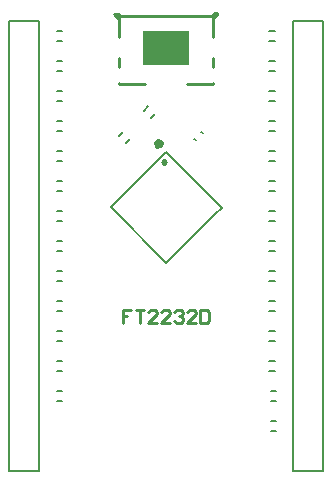
<source format=gto>
G04*
G04 #@! TF.GenerationSoftware,Altium Limited,Altium Designer,23.2.1 (34)*
G04*
G04 Layer_Color=65535*
%FSLAX25Y25*%
%MOIN*%
G70*
G04*
G04 #@! TF.SameCoordinates,9329C3C2-16CE-4A0C-8BE9-04AE65E2FBF7*
G04*
G04*
G04 #@! TF.FilePolarity,Positive*
G04*
G01*
G75*
%ADD10C,0.01575*%
%ADD11C,0.01000*%
%ADD12C,0.00787*%
%ADD13C,0.00750*%
%ADD14C,0.00984*%
%ADD15R,0.15748X0.11811*%
D10*
X-1865Y20740D02*
X-1725Y21653D01*
X-2550Y22071D01*
X-3203Y21417D01*
X-2786Y20593D01*
X-1872Y20733D01*
D11*
X86Y15172D02*
X-585Y15843D01*
X-1256Y15172D01*
X-585Y14501D01*
X86Y15172D01*
X-15750Y41298D02*
X-15750Y41495D01*
X-15750Y49975D02*
X-15750Y46858D01*
X-15750Y57168D02*
X-15750Y56913D01*
X15750Y41298D02*
Y41495D01*
Y46858D02*
Y49975D01*
Y56913D02*
Y57168D01*
Y62958D01*
X-15750Y57168D02*
X-15750Y63438D01*
X-15750Y41298D02*
X-6920Y41298D01*
X6920Y41298D02*
X15750Y41298D01*
X15790Y62957D02*
X17200Y64607D01*
Y64807D01*
X16550Y64807D02*
X17200Y64807D01*
X15536Y63793D02*
X16550Y64807D01*
X-15266Y63793D02*
X15536Y63793D01*
X-16080Y64607D02*
X-15266Y63793D01*
X-17230Y64607D02*
X-16080D01*
X-17230D02*
X-15710Y62957D01*
D12*
X16440Y-2157D02*
X18562Y-35D01*
X35Y18491D02*
X18562Y-35D01*
X-18420Y35D02*
X35Y18491D01*
X-18420Y35D02*
X106Y-18491D01*
X17359Y-1237D01*
X-52244Y-87913D02*
X-52244Y62087D01*
X-42244Y-87913D02*
Y54587D01*
Y62087D01*
X-52244Y62087D02*
X-42244Y62087D01*
X-52244Y-87913D02*
X-42244D01*
X42244D02*
X42244Y62087D01*
X52244Y-87913D02*
X52244Y54587D01*
X52244Y62087D02*
X52244Y54587D01*
X42244Y62087D02*
X52244Y62087D01*
X42244Y-87913D02*
X52244D01*
D13*
X9489Y22831D02*
X9907Y22413D01*
X11856Y25197D02*
X12273Y24780D01*
X34917Y-71240D02*
X36885Y-71240D01*
X34917Y-74587D02*
X36885Y-74587D01*
X34449Y-51240D02*
X36417Y-51240D01*
X34449Y-54587D02*
X36417Y-54587D01*
X34449Y-41240D02*
X36417Y-41240D01*
X34449Y-44587D02*
X36417D01*
X34449Y-31240D02*
X36417Y-31240D01*
X34449Y-34587D02*
X36417D01*
X34449Y-21240D02*
X36417Y-21240D01*
X34449Y-24587D02*
X36417Y-24587D01*
X34449Y-11240D02*
X36417Y-11240D01*
X34449Y-14587D02*
X36417Y-14587D01*
X34449Y-1240D02*
X36417Y-1240D01*
X34449Y-4587D02*
X36417Y-4587D01*
X34449Y8760D02*
X36417Y8760D01*
X34449Y5413D02*
X36417Y5413D01*
X34449Y18760D02*
X36417Y18760D01*
X34449Y15413D02*
X36417D01*
X34449Y28760D02*
X36417Y28760D01*
X34449Y25413D02*
X36417D01*
X34449Y38760D02*
X36417Y38760D01*
X34449Y35413D02*
X36417D01*
X34449Y48760D02*
X36417Y48760D01*
X34449Y45413D02*
X36417Y45413D01*
X34449Y58760D02*
X36417Y58760D01*
X34449Y55413D02*
X36417Y55413D01*
X34917Y-61240D02*
X36885Y-61240D01*
X34917Y-64587D02*
X36885Y-64587D01*
X-13287Y21504D02*
X-11895Y22896D01*
X-15654Y23870D02*
X-14262Y25262D01*
X-4849Y29942D02*
X-3457Y31334D01*
X-7216Y32308D02*
X-5824Y33700D01*
X-36417Y-54587D02*
X-34449Y-54587D01*
X-36417Y-51240D02*
X-34449D01*
X-36417Y35413D02*
X-34449Y35413D01*
X-36417Y38760D02*
X-34449D01*
X-36417Y-4587D02*
X-34449Y-4587D01*
X-36417Y-1240D02*
X-34449D01*
X-36417Y25413D02*
X-34449Y25413D01*
X-36417Y28760D02*
X-34449D01*
X-36417Y-14587D02*
X-34449Y-14587D01*
X-36417Y-11240D02*
X-34449Y-11240D01*
X-36417Y15413D02*
X-34449Y15413D01*
X-36417Y18760D02*
X-34449Y18760D01*
X-36417Y-24587D02*
X-34449Y-24587D01*
X-36417Y-21240D02*
X-34449Y-21240D01*
X-36417Y5413D02*
X-34449Y5413D01*
X-36417Y8760D02*
X-34449Y8760D01*
X-36417Y55413D02*
X-34449Y55413D01*
X-36417Y58760D02*
X-34449Y58760D01*
X-36417Y-34587D02*
X-34449Y-34587D01*
X-36417Y-31240D02*
X-34449Y-31240D01*
X-36417Y-44587D02*
X-34449Y-44587D01*
X-36417Y-41240D02*
X-34449Y-41240D01*
X-36417Y45413D02*
X-34449Y45413D01*
X-36417Y48760D02*
X-34449Y48760D01*
X-36417Y-61240D02*
X-34449Y-61240D01*
X-36417Y-64587D02*
X-34449Y-64587D01*
D14*
X-11545Y-34056D02*
X-14431D01*
Y-36221D01*
X-12988D01*
X-14431D01*
Y-38386D01*
X-10102Y-34056D02*
X-7215D01*
X-8659D01*
Y-38386D01*
X-2886D02*
X-5772D01*
X-2886Y-35500D01*
Y-34778D01*
X-3608Y-34056D01*
X-5051D01*
X-5772Y-34778D01*
X1443Y-38386D02*
X-1443D01*
X1443Y-35500D01*
Y-34778D01*
X722Y-34056D01*
X-722D01*
X-1443Y-34778D01*
X2886D02*
X3608Y-34056D01*
X5051D01*
X5772Y-34778D01*
Y-35500D01*
X5051Y-36221D01*
X4329D01*
X5051D01*
X5772Y-36943D01*
Y-37664D01*
X5051Y-38386D01*
X3608D01*
X2886Y-37664D01*
X10102Y-38386D02*
X7215D01*
X10102Y-35500D01*
Y-34778D01*
X9380Y-34056D01*
X7937D01*
X7215Y-34778D01*
X11545Y-34056D02*
Y-38386D01*
X13710D01*
X14431Y-37664D01*
Y-34778D01*
X13710Y-34056D01*
X11545D01*
D15*
X0Y53150D02*
D03*
M02*

</source>
